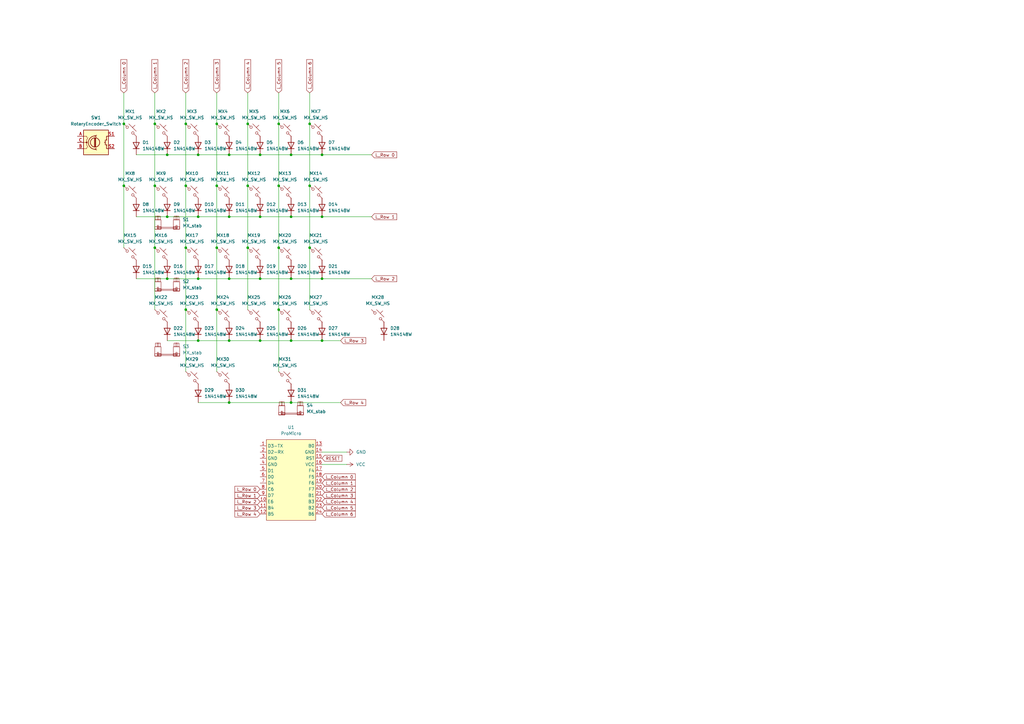
<source format=kicad_sch>
(kicad_sch (version 20231120) (generator "eeschema") (generator_version "8.0")
  (paper "A3")
  (lib_symbols
    (symbol "Device:RotaryEncoder_Switch" (pin_names (offset 0.254) hide)
      (property "Reference" "SW" (at 0 6.604 0))
      (property "Value" "RotaryEncoder_Switch" (at 0 -6.604 0))
      (symbol "RotaryEncoder_Switch_0_1"
        (rectangle (start -5.08 5.08) (end 5.08 -5.08) (stroke (width 0.254)) (fill (type background)))
        (circle (center -3.81 0) (radius 0.254) (fill (type outline)))
        (circle (center -0.381 0) (radius 1.905) (stroke (width 0.254)))
        (arc (start -0.381 2.667) (mid -3.0988 -0.0635) (end -0.381 -2.794) (stroke (width 0.254)))
        (polyline (pts (xy -0.635 -1.778) (xy -0.635 1.778)) (stroke (width 0.254)))
        (polyline (pts (xy -0.381 -1.778) (xy -0.381 1.778)) (stroke (width 0.254)))
        (polyline (pts (xy -0.127 1.778) (xy -0.127 -1.778)) (stroke (width 0.254)))
        (polyline (pts (xy 3.81 0) (xy 3.429 0)) (stroke (width 0.254)))
        (polyline (pts (xy 3.81 1.016) (xy 3.81 -1.016)) (stroke (width 0.254)))
        (polyline (pts (xy -5.08 -2.54) (xy -3.81 -2.54) (xy -3.81 -2.032)))
        (polyline (pts (xy -5.08 2.54) (xy -3.81 2.54) (xy -3.81 2.032)))
        (polyline (pts (xy 0.254 -3.048) (xy -0.508 -2.794) (xy 0.127 -2.413)) (stroke (width 0.254)))
        (polyline (pts (xy 0.254 2.921) (xy -0.508 2.667) (xy 0.127 2.286)) (stroke (width 0.254)))
        (polyline (pts (xy 5.08 -2.54) (xy 4.318 -2.54) (xy 4.318 -1.016)) (stroke (width 0.254)))
        (polyline (pts (xy 5.08 2.54) (xy 4.318 2.54) (xy 4.318 1.016)) (stroke (width 0.254)))
        (polyline (pts (xy -5.08 0) (xy -3.81 0) (xy -3.81 -1.016) (xy -3.302 -2.032)))
        (polyline (pts (xy -4.318 0) (xy -3.81 0) (xy -3.81 1.016) (xy -3.302 2.032)))
        (circle (center 4.318 -1.016) (radius 0.127) (stroke (width 0.254)))
        (circle (center 4.318 1.016) (radius 0.127) (stroke (width 0.254)))
      )
      (symbol "RotaryEncoder_Switch_1_1"
        (pin passive line (at -7.62 2.54 0) (length 2.54) (name "A") (number "A"))
        (pin passive line (at -7.62 -2.54 0) (length 2.54) (name "B") (number "B"))
        (pin passive line (at -7.62 0 0) (length 2.54) (name "C") (number "C"))
        (pin passive line (at 7.62 2.54 180) (length 2.54) (name "S1") (number "S1"))
        (pin passive line (at 7.62 -2.54 180) (length 2.54) (name "S2") (number "S2"))
      )
    )
    (symbol "Diode:1N4148W" (pin_numbers hide) (pin_names hide)
      (property "Reference" "D" (at 0 2.54 0))
      (property "Value" "1N4148W" (at 0 -2.54 0))
      (symbol "1N4148W_0_1"
        (polyline (pts (xy -1.27 1.27) (xy -1.27 -1.27)) (stroke (width 0.254)))
        (polyline (pts (xy 1.27 0) (xy -1.27 0)))
        (polyline (pts (xy 1.27 1.27) (xy 1.27 -1.27) (xy -1.27 0) (xy 1.27 1.27)) (stroke (width 0.254)))
      )
      (symbol "1N4148W_1_1"
        (pin passive line (at -3.81 0 0) (length 2.54) (name "K") (number "1"))
        (pin passive line (at 3.81 0 180) (length 2.54) (name "A") (number "2"))
      )
    )
    (symbol "PCM_marbastlib-mx:MX_SW_HS_CPG151101S11" (pin_numbers hide) (pin_names (offset 1.016) hide)
      (property "Reference" "MX" (at 3.048 1.016 0))
      (property "Value" "MX_SW_HS" (at 0 -3.81 0))
      (symbol "MX_SW_HS_CPG151101S11_0_1"
        (circle (center -1.1684 1.1684) (radius 0.508))
        (polyline (pts (xy -0.508 2.54) (xy 2.54 -0.508)))
        (polyline (pts (xy 1.016 1.016) (xy 2.032 2.032)))
        (polyline (pts (xy -2.54 2.54) (xy -1.524 1.524) (xy -1.524 1.524)))
        (polyline (pts (xy 1.524 -1.524) (xy 2.54 -2.54) (xy 2.54 -2.54) (xy 2.54 -2.54)))
        (circle (center 1.143 -1.1938) (radius 0.508))
        (pin passive line (at -2.54 2.54 0) (length 0) (name "1") (number "1"))
        (pin passive line (at 2.54 -2.54 180) (length 0) (name "2") (number "2"))
      )
    )
    (symbol "PCM_marbastlib-mx:MX_stab" (pin_names (offset 1.016))
      (property "Reference" "S" (at -5.08 6.35 0))
      (property "Value" "MX_stab" (at -5.08 3.81 0))
      (symbol "MX_stab_0_1"
        (rectangle (start -5.08 -1.524) (end -2.54 -2.54))
        (rectangle (start -5.08 1.27) (end -2.54 -2.54))
        (rectangle (start -4.826 2.794) (end -2.794 1.27))
        (rectangle (start -4.064 -2.286) (end -3.556 -1.016))
        (rectangle (start -4.064 -1.778) (end 4.064 -2.286))
        (rectangle (start -4.064 1.27) (end -3.556 2.794))
        (rectangle (start 2.54 -1.524) (end 5.08 -2.54))
        (rectangle (start 2.54 1.27) (end 5.08 -2.54))
        (rectangle (start 2.794 2.794) (end 4.826 1.27))
        (rectangle (start 3.556 1.27) (end 4.064 2.794))
        (rectangle (start 4.064 -2.286) (end 3.556 -1.016))
      )
    )
    (symbol "PCM_marbastlib-promicroish:Arduino_ProMicro" (in_bom no)
      (property "Reference" "U" (at 0 20.32 0))
      (property "Value" "ProMicro" (at 0 17.78 0))
      (symbol "Arduino_ProMicro_0_0"
        (pin bidirectional line (at -12.7 13.97 0) (length 2.54) (name "D3-TX") (number "1"))
        (pin bidirectional line (at -12.7 -8.89 0) (length 2.54) (name "E6") (number "10"))
        (pin bidirectional line (at -12.7 -11.43 0) (length 2.54) (name "B4") (number "11"))
        (pin bidirectional line (at -12.7 -13.97 0) (length 2.54) (name "B5") (number "12"))
        (pin power_out line (at 12.7 11.43 180) (length 2.54) (name "GND") (number "14"))
        (pin bidirectional line (at 12.7 8.89 180) (length 2.54) (name "RST") (number "15"))
        (pin bidirectional line (at 12.7 3.81 180) (length 2.54) (name "F4") (number "17"))
        (pin bidirectional line (at 12.7 1.27 180) (length 2.54) (name "F5") (number "18"))
        (pin bidirectional line (at 12.7 -1.27 180) (length 2.54) (name "F6") (number "19"))
        (pin bidirectional line (at -12.7 11.43 0) (length 2.54) (name "D2-RX") (number "2"))
        (pin bidirectional line (at 12.7 -3.81 180) (length 2.54) (name "F7") (number "20"))
        (pin bidirectional line (at 12.7 -6.35 180) (length 2.54) (name "B1") (number "21"))
        (pin bidirectional line (at 12.7 -8.89 180) (length 2.54) (name "B3") (number "22"))
        (pin bidirectional line (at 12.7 -11.43 180) (length 2.54) (name "B2") (number "23"))
        (pin bidirectional line (at 12.7 -13.97 180) (length 2.54) (name "B6") (number "24"))
        (pin power_out line (at -12.7 8.89 0) (length 2.54) (name "GND") (number "3"))
        (pin power_out line (at -12.7 6.35 0) (length 2.54) (name "GND") (number "4"))
        (pin bidirectional line (at -12.7 3.81 0) (length 2.54) (name "D1") (number "5"))
        (pin bidirectional line (at -12.7 1.27 0) (length 2.54) (name "D0") (number "6"))
        (pin bidirectional line (at -12.7 -1.27 0) (length 2.54) (name "D4") (number "7"))
        (pin bidirectional line (at -12.7 -3.81 0) (length 2.54) (name "C6") (number "8"))
        (pin bidirectional line (at -12.7 -6.35 0) (length 2.54) (name "D7") (number "9"))
      )
      (symbol "Arduino_ProMicro_1_0"
        (pin bidirectional line (at 12.7 13.97 180) (length 2.54) (name "B0") (number "13"))
        (pin power_out line (at 12.7 6.35 180) (length 2.54) (name "VCC") (number "16"))
      )
      (symbol "Arduino_ProMicro_1_1"
        (rectangle (start -10.16 16.51) (end 10.16 -16.51) (fill (type background)))
      )
    )
    (symbol "power:GND" (power) (pin_numbers hide) (pin_names (offset 0) hide)
      (property "Value" "GND" (at 0 -3.81 0))
      (symbol "GND_0_1"
        (polyline (pts (xy 0 0) (xy 0 -1.27) (xy 1.27 -1.27) (xy 0 -2.54) (xy -1.27 -1.27) (xy 0 -1.27)))
      )
      (symbol "GND_1_1"
        (pin power_in line (at 0 0 270) (length 0) (name "~") (number "1"))
      )
    )
    (symbol "power:VCC" (power) (pin_numbers hide) (pin_names (offset 0) hide)
      (property "Value" "VCC" (at 0 3.556 0))
      (symbol "VCC_0_1"
        (polyline (pts (xy -0.762 1.27) (xy 0 2.54)))
        (polyline (pts (xy 0 0) (xy 0 2.54)))
        (polyline (pts (xy 0 2.54) (xy 0.762 1.27)))
      )
      (symbol "VCC_1_1"
        (pin power_in line (at 0 0 90) (length 0) (name "~") (number "1"))
      )
    )
  )
  (junction (at 93.98 165.1))
  (junction (at 68.58 114.3))
  (junction (at 81.28 139.7))
  (junction (at 114.3 76.2))
  (junction (at 50.8 76.2))
  (junction (at 88.9 50.8))
  (junction (at 106.68 88.9))
  (junction (at 93.98 139.7))
  (junction (at 101.6 101.6))
  (junction (at 76.2 127))
  (junction (at 119.38 139.7))
  (junction (at 81.28 114.3))
  (junction (at 119.38 88.9))
  (junction (at 106.68 63.5))
  (junction (at 119.38 63.5))
  (junction (at 76.2 76.2))
  (junction (at 127 50.8))
  (junction (at 132.08 63.5))
  (junction (at 132.08 114.3))
  (junction (at 119.38 114.3))
  (junction (at 119.38 165.1))
  (junction (at 68.58 63.5))
  (junction (at 88.9 127))
  (junction (at 127 101.6))
  (junction (at 81.28 88.9))
  (junction (at 114.3 127))
  (junction (at 114.3 101.6))
  (junction (at 93.98 114.3))
  (junction (at 88.9 76.2))
  (junction (at 132.08 139.7))
  (junction (at 101.6 50.8))
  (junction (at 114.3 50.8))
  (junction (at 63.5 50.8))
  (junction (at 127 76.2))
  (junction (at 132.08 88.9))
  (junction (at 88.9 101.6))
  (junction (at 76.2 50.8))
  (junction (at 93.98 88.9))
  (junction (at 76.2 101.6))
  (junction (at 63.5 76.2))
  (junction (at 81.28 63.5))
  (junction (at 106.68 114.3))
  (junction (at 93.98 63.5))
  (junction (at 106.68 139.7))
  (junction (at 63.5 101.6))
  (junction (at 68.58 88.9))
  (junction (at 101.6 76.2))
  (junction (at 50.8 50.8))
  (wire (pts (xy 127 50.8) (xy 127 76.2)))
  (wire (pts (xy 93.98 114.3) (xy 106.68 114.3)))
  (wire (pts (xy 152.4 63.5) (xy 132.08 63.5)))
  (wire (pts (xy 50.8 50.8) (xy 50.8 76.2)))
  (wire (pts (xy 63.5 101.6) (xy 63.5 127)))
  (wire (pts (xy 88.9 50.8) (xy 88.9 76.2)))
  (wire (pts (xy 76.2 38.1) (xy 76.2 50.8)))
  (wire (pts (xy 81.28 165.1) (xy 93.98 165.1)))
  (wire (pts (xy 55.88 63.5) (xy 68.58 63.5)))
  (wire (pts (xy 76.2 50.8) (xy 76.2 76.2)))
  (wire (pts (xy 101.6 50.8) (xy 101.6 76.2)))
  (wire (pts (xy 114.3 127) (xy 114.3 152.4)))
  (wire (pts (xy 88.9 127) (xy 88.9 152.4)))
  (wire (pts (xy 63.5 76.2) (xy 63.5 101.6)))
  (wire (pts (xy 55.88 114.3) (xy 68.58 114.3)))
  (wire (pts (xy 114.3 38.1) (xy 114.3 50.8)))
  (wire (pts (xy 152.4 114.3) (xy 132.08 114.3)))
  (wire (pts (xy 81.28 88.9) (xy 93.98 88.9)))
  (wire (pts (xy 142.24 185.42) (xy 132.08 185.42)))
  (wire (pts (xy 106.68 63.5) (xy 119.38 63.5)))
  (wire (pts (xy 63.5 38.1) (xy 63.5 50.8)))
  (wire (pts (xy 93.98 139.7) (xy 106.68 139.7)))
  (wire (pts (xy 114.3 76.2) (xy 114.3 101.6)))
  (wire (pts (xy 114.3 101.6) (xy 114.3 127)))
  (wire (pts (xy 101.6 38.1) (xy 101.6 50.8)))
  (wire (pts (xy 63.5 50.8) (xy 63.5 76.2)))
  (wire (pts (xy 81.28 139.7) (xy 93.98 139.7)))
  (wire (pts (xy 93.98 165.1) (xy 119.38 165.1)))
  (wire (pts (xy 106.68 88.9) (xy 119.38 88.9)))
  (wire (pts (xy 88.9 76.2) (xy 88.9 101.6)))
  (wire (pts (xy 88.9 38.1) (xy 88.9 50.8)))
  (wire (pts (xy 127 38.1) (xy 127 50.8)))
  (wire (pts (xy 139.7 139.7) (xy 132.08 139.7)))
  (wire (pts (xy 142.24 190.5) (xy 132.08 190.5)))
  (wire (pts (xy 119.38 139.7) (xy 132.08 139.7)))
  (wire (pts (xy 76.2 127) (xy 76.2 152.4)))
  (wire (pts (xy 76.2 101.6) (xy 76.2 127)))
  (wire (pts (xy 114.3 50.8) (xy 114.3 76.2)))
  (wire (pts (xy 101.6 101.6) (xy 101.6 127)))
  (wire (pts (xy 68.58 88.9) (xy 81.28 88.9)))
  (wire (pts (xy 76.2 76.2) (xy 76.2 101.6)))
  (wire (pts (xy 50.8 76.2) (xy 50.8 101.6)))
  (wire (pts (xy 119.38 63.5) (xy 132.08 63.5)))
  (wire (pts (xy 81.28 114.3) (xy 93.98 114.3)))
  (wire (pts (xy 106.68 114.3) (xy 119.38 114.3)))
  (wire (pts (xy 68.58 63.5) (xy 81.28 63.5)))
  (wire (pts (xy 93.98 63.5) (xy 106.68 63.5)))
  (wire (pts (xy 101.6 76.2) (xy 101.6 101.6)))
  (wire (pts (xy 119.38 165.1) (xy 139.7 165.1)))
  (wire (pts (xy 119.38 88.9) (xy 132.08 88.9)))
  (wire (pts (xy 55.88 88.9) (xy 68.58 88.9)))
  (wire (pts (xy 93.98 88.9) (xy 106.68 88.9)))
  (wire (pts (xy 68.58 139.7) (xy 81.28 139.7)))
  (wire (pts (xy 81.28 63.5) (xy 93.98 63.5)))
  (wire (pts (xy 152.4 88.9) (xy 132.08 88.9)))
  (wire (pts (xy 127 101.6) (xy 127 127)))
  (wire (pts (xy 50.8 38.1) (xy 50.8 50.8)))
  (wire (pts (xy 127 76.2) (xy 127 101.6)))
  (wire (pts (xy 106.68 139.7) (xy 119.38 139.7)))
  (wire (pts (xy 68.58 114.3) (xy 81.28 114.3)))
  (wire (pts (xy 119.38 114.3) (xy 132.08 114.3)))
  (wire (pts (xy 88.9 101.6) (xy 88.9 127)))
  (global_label "L_Column 1" (shape input) (at 63.5 38.1 90) (property "Intersheetrefs" "${INTERSHEET_REFS}" (effects (hide yes))))
  (global_label "L_Row 3" (shape input) (at 139.7 139.7 0) (property "Intersheetrefs" "${INTERSHEET_REFS}" (effects (hide yes))))
  (global_label "L_Row 1" (shape input) (at 152.4 88.9 0) (property "Intersheetrefs" "${INTERSHEET_REFS}" (effects (hide yes))))
  (global_label "L_Row 1" (shape input) (at 106.68 203.2 180) (property "Intersheetrefs" "${INTERSHEET_REFS}" (effects (hide yes))))
  (global_label "L_Row 0" (shape input) (at 106.68 200.66 180) (property "Intersheetrefs" "${INTERSHEET_REFS}" (effects (hide yes))))
  (global_label "L_Row 2" (shape input) (at 152.4 114.3 0) (property "Intersheetrefs" "${INTERSHEET_REFS}" (effects (hide yes))))
  (global_label "L_Column 3" (shape input) (at 88.9 38.1 90) (property "Intersheetrefs" "${INTERSHEET_REFS}" (effects (hide yes))))
  (global_label "L_Column 1" (shape input) (at 132.08 198.12 0) (property "Intersheetrefs" "${INTERSHEET_REFS}" (effects (hide yes))))
  (global_label "L_Row 0" (shape input) (at 152.4 63.5 0) (property "Intersheetrefs" "${INTERSHEET_REFS}" (effects (hide yes))))
  (global_label "L_Row 2" (shape input) (at 106.68 205.74 180) (property "Intersheetrefs" "${INTERSHEET_REFS}" (effects (hide yes))))
  (global_label "L_Row 3" (shape input) (at 106.68 208.28 180) (property "Intersheetrefs" "${INTERSHEET_REFS}" (effects (hide yes))))
  (global_label "L_Row 4" (shape input) (at 139.7 165.1 0) (property "Intersheetrefs" "${INTERSHEET_REFS}" (effects (hide yes))))
  (global_label "L_Column 3" (shape input) (at 132.08 203.2 0) (property "Intersheetrefs" "${INTERSHEET_REFS}" (effects (hide yes))))
  (global_label "L_Column 4" (shape input) (at 132.08 205.74 0) (property "Intersheetrefs" "${INTERSHEET_REFS}" (effects (hide yes))))
  (global_label "L_Column 0" (shape input) (at 132.08 195.58 0) (property "Intersheetrefs" "${INTERSHEET_REFS}" (effects (hide yes))))
  (global_label "L_Column 5" (shape input) (at 114.3 38.1 90) (property "Intersheetrefs" "${INTERSHEET_REFS}" (effects (hide yes))))
  (global_label "L_Column 4" (shape input) (at 101.6 38.1 90) (property "Intersheetrefs" "${INTERSHEET_REFS}" (effects (hide yes))))
  (global_label "RESET" (shape input) (at 132.08 187.96 0) (property "Intersheetrefs" "${INTERSHEET_REFS}" (effects (hide yes))))
  (global_label "L_Column 0" (shape input) (at 50.8 38.1 90) (property "Intersheetrefs" "${INTERSHEET_REFS}" (effects (hide yes))))
  (global_label "L_Column 6" (shape input) (at 127 38.1 90) (property "Intersheetrefs" "${INTERSHEET_REFS}" (effects (hide yes))))
  (global_label "L_Column 6" (shape input) (at 132.08 210.82 0) (property "Intersheetrefs" "${INTERSHEET_REFS}" (effects (hide yes))))
  (global_label "L_Column 2" (shape input) (at 76.2 38.1 90) (property "Intersheetrefs" "${INTERSHEET_REFS}" (effects (hide yes))))
  (global_label "L_Column 2" (shape input) (at 132.08 200.66 0) (property "Intersheetrefs" "${INTERSHEET_REFS}" (effects (hide yes))))
  (global_label "L_Row 4" (shape input) (at 106.68 210.82 180) (property "Intersheetrefs" "${INTERSHEET_REFS}" (effects (hide yes))))
  (global_label "L_Column 5" (shape input) (at 132.08 208.28 0) (property "Intersheetrefs" "${INTERSHEET_REFS}" (effects (hide yes))))
  (symbol (lib_id "PCM_marbastlib-mx:MX_SW_HS_CPG151101S11") (at 116.84 129.54 0) (unit 1)
    (property "Reference" "MX26" (at 116.84 121.92 0))
    (property "Value" "MX_SW_HS" (at 116.84 124.46 0))
    (property "Footprint" "PCM_marbastlib-mx:SW_MX_HS_CPG151101S11_1u" (effects (hide yes)))
    (property "Description" "Push button switch, normally open, two pins, 45° tilted, Kailh CPG151101S11 for Cherry MX style switches" (effects (hide yes)))
  )
  (symbol (lib_id "PCM_marbastlib-mx:MX_stab") (at 68.58 91.44 0) (unit 1)
    (property "Reference" "S1" (at 74.93 90.0429 0) (effects (justify left)))
    (property "Value" "MX_stab" (at 74.93 92.5829 0) (effects (justify left)))
    (property "Footprint" "PCM_marbastlib-mx:STAB_MX_2u" (effects (hide yes)))
    (property "Description" "Cherry MX-style stabilizer" (effects (hide yes)))
  )
  (symbol (lib_id "Diode:1N4148W") (at 106.68 85.09 90) (unit 1)
    (property "Reference" "D12" (at 109.22 83.8199 90) (effects (justify right)))
    (property "Value" "1N4148W" (at 109.22 86.3599 90) (effects (justify right)))
    (property "Footprint" "Diode_SMD:D_SOD-123" (effects (hide yes)))
    (property "Datasheet" "https://www.vishay.com/docs/85748/1n4148w.pdf" (effects (hide yes)))
    (property "Description" "75V 0.15A Fast Switching Diode, SOD-123" (effects (hide yes)))
    (property "Sim.Device" "D" (effects (hide yes)))
    (property "Sim.Pins" "1=K 2=A" (effects (hide yes)))
  )
  (symbol (lib_id "PCM_marbastlib-mx:MX_SW_HS_CPG151101S11") (at 78.74 129.54 0) (unit 1)
    (property "Reference" "MX23" (at 78.74 121.92 0))
    (property "Value" "MX_SW_HS" (at 78.74 124.46 0))
    (property "Footprint" "PCM_marbastlib-mx:SW_MX_HS_CPG151101S11_1u" (effects (hide yes)))
    (property "Description" "Push button switch, normally open, two pins, 45° tilted, Kailh CPG151101S11 for Cherry MX style switches" (effects (hide yes)))
  )
  (symbol (lib_id "PCM_marbastlib-mx:MX_stab") (at 68.58 116.84 0) (unit 1)
    (property "Reference" "S2" (at 74.93 115.4429 0) (effects (justify left)))
    (property "Value" "MX_stab" (at 74.93 117.9829 0) (effects (justify left)))
    (property "Footprint" "PCM_marbastlib-mx:STAB_MX_2u" (effects (hide yes)))
    (property "Description" "Cherry MX-style stabilizer" (effects (hide yes)))
  )
  (symbol (lib_id "PCM_marbastlib-mx:MX_SW_HS_CPG151101S11") (at 129.54 78.74 0) (unit 1)
    (property "Reference" "MX14" (at 129.54 71.12 0))
    (property "Value" "MX_SW_HS" (at 129.54 73.66 0))
    (property "Footprint" "PCM_marbastlib-mx:SW_MX_HS_CPG151101S11_1u" (effects (hide yes)))
    (property "Description" "Push button switch, normally open, two pins, 45° tilted, Kailh CPG151101S11 for Cherry MX style switches" (effects (hide yes)))
  )
  (symbol (lib_id "Diode:1N4148W") (at 55.88 110.49 90) (unit 1)
    (property "Reference" "D15" (at 58.42 109.2199 90) (effects (justify right)))
    (property "Value" "1N4148W" (at 58.42 111.7599 90) (effects (justify right)))
    (property "Footprint" "Diode_SMD:D_SOD-123" (effects (hide yes)))
    (property "Datasheet" "https://www.vishay.com/docs/85748/1n4148w.pdf" (effects (hide yes)))
    (property "Description" "75V 0.15A Fast Switching Diode, SOD-123" (effects (hide yes)))
    (property "Sim.Device" "D" (effects (hide yes)))
    (property "Sim.Pins" "1=K 2=A" (effects (hide yes)))
  )
  (symbol (lib_id "PCM_marbastlib-mx:MX_SW_HS_CPG151101S11") (at 53.34 104.14 0) (unit 1)
    (property "Reference" "MX15" (at 53.34 96.52 0))
    (property "Value" "MX_SW_HS" (at 53.34 99.06 0))
    (property "Footprint" "PCM_marbastlib-mx:SW_MX_HS_CPG151101S11_1u" (effects (hide yes)))
    (property "Description" "Push button switch, normally open, two pins, 45° tilted, Kailh CPG151101S11 for Cherry MX style switches" (effects (hide yes)))
  )
  (symbol (lib_id "Diode:1N4148W") (at 93.98 110.49 90) (unit 1)
    (property "Reference" "D18" (at 96.52 109.2199 90) (effects (justify right)))
    (property "Value" "1N4148W" (at 96.52 111.7599 90) (effects (justify right)))
    (property "Footprint" "Diode_SMD:D_SOD-123" (effects (hide yes)))
    (property "Datasheet" "https://www.vishay.com/docs/85748/1n4148w.pdf" (effects (hide yes)))
    (property "Description" "75V 0.15A Fast Switching Diode, SOD-123" (effects (hide yes)))
    (property "Sim.Device" "D" (effects (hide yes)))
    (property "Sim.Pins" "1=K 2=A" (effects (hide yes)))
  )
  (symbol (lib_id "Diode:1N4148W") (at 157.48 135.89 90) (unit 1)
    (property "Reference" "D28" (at 160.02 134.6199 90) (effects (justify right)))
    (property "Value" "1N4148W" (at 160.02 137.1599 90) (effects (justify right)))
    (property "Footprint" "Diode_SMD:D_SOD-123" (effects (hide yes)))
    (property "Datasheet" "https://www.vishay.com/docs/85748/1n4148w.pdf" (effects (hide yes)))
    (property "Description" "75V 0.15A Fast Switching Diode, SOD-123" (effects (hide yes)))
    (property "Sim.Device" "D" (effects (hide yes)))
    (property "Sim.Pins" "1=K 2=A" (effects (hide yes)))
  )
  (symbol (lib_id "PCM_marbastlib-promicroish:Arduino_ProMicro") (at 119.38 196.85 0) (unit 1) (in_bom no)
    (property "Reference" "U1" (at 119.38 175.26 0))
    (property "Value" "ProMicro" (at 119.38 177.8 0))
    (property "Footprint" "PCM_marbastlib-xp-promicroish:ProMicro_USBup" (effects (hide yes)))
    (property "Description" "Symbol for an Arduino Pro Micro" (effects (hide yes)))
  )
  (symbol (lib_id "PCM_marbastlib-mx:MX_SW_HS_CPG151101S11") (at 78.74 53.34 0) (unit 1)
    (property "Reference" "MX3" (at 78.74 45.72 0))
    (property "Value" "MX_SW_HS" (at 78.74 48.26 0))
    (property "Footprint" "PCM_marbastlib-mx:SW_MX_HS_CPG151101S11_1u" (effects (hide yes)))
    (property "Description" "Push button switch, normally open, two pins, 45° tilted, Kailh CPG151101S11 for Cherry MX style switches" (effects (hide yes)))
  )
  (symbol (lib_id "PCM_marbastlib-mx:MX_SW_HS_CPG151101S11") (at 91.44 154.94 0) (unit 1)
    (property "Reference" "MX30" (at 91.44 147.32 0))
    (property "Value" "MX_SW_HS" (at 91.44 149.86 0))
    (property "Footprint" "PCM_marbastlib-mx:SW_MX_HS_CPG151101S11_1u" (effects (hide yes)))
    (property "Description" "Push button switch, normally open, two pins, 45° tilted, Kailh CPG151101S11 for Cherry MX style switches" (effects (hide yes)))
  )
  (symbol (lib_id "power:GND") (at 142.24 185.42 90) (unit 1)
    (property "Reference" "#PWR01" (effects (hide yes)))
    (property "Value" "GND" (at 146.05 185.4199 90) (effects (justify right)))
    (property "Description" "Power symbol creates a global label with name \"GND\" , ground" (effects (hide yes)))
  )
  (symbol (lib_id "Diode:1N4148W") (at 106.68 110.49 90) (unit 1)
    (property "Reference" "D19" (at 109.22 109.2199 90) (effects (justify right)))
    (property "Value" "1N4148W" (at 109.22 111.7599 90) (effects (justify right)))
    (property "Footprint" "Diode_SMD:D_SOD-123" (effects (hide yes)))
    (property "Datasheet" "https://www.vishay.com/docs/85748/1n4148w.pdf" (effects (hide yes)))
    (property "Description" "75V 0.15A Fast Switching Diode, SOD-123" (effects (hide yes)))
    (property "Sim.Device" "D" (effects (hide yes)))
    (property "Sim.Pins" "1=K 2=A" (effects (hide yes)))
  )
  (symbol (lib_id "PCM_marbastlib-mx:MX_SW_HS_CPG151101S11") (at 116.84 154.94 0) (unit 1)
    (property "Reference" "MX31" (at 116.84 147.32 0))
    (property "Value" "MX_SW_HS" (at 116.84 149.86 0))
    (property "Footprint" "PCM_marbastlib-mx:SW_MX_HS_CPG151101S11_1u" (effects (hide yes)))
    (property "Description" "Push button switch, normally open, two pins, 45° tilted, Kailh CPG151101S11 for Cherry MX style switches" (effects (hide yes)))
  )
  (symbol (lib_id "Diode:1N4148W") (at 93.98 85.09 90) (unit 1)
    (property "Reference" "D11" (at 96.52 83.8199 90) (effects (justify right)))
    (property "Value" "1N4148W" (at 96.52 86.3599 90) (effects (justify right)))
    (property "Footprint" "Diode_SMD:D_SOD-123" (effects (hide yes)))
    (property "Datasheet" "https://www.vishay.com/docs/85748/1n4148w.pdf" (effects (hide yes)))
    (property "Description" "75V 0.15A Fast Switching Diode, SOD-123" (effects (hide yes)))
    (property "Sim.Device" "D" (effects (hide yes)))
    (property "Sim.Pins" "1=K 2=A" (effects (hide yes)))
  )
  (symbol (lib_id "Diode:1N4148W") (at 68.58 59.69 90) (unit 1)
    (property "Reference" "D2" (at 71.12 58.4199 90) (effects (justify right)))
    (property "Value" "1N4148W" (at 71.12 60.9599 90) (effects (justify right)))
    (property "Footprint" "Diode_SMD:D_SOD-123" (effects (hide yes)))
    (property "Datasheet" "https://www.vishay.com/docs/85748/1n4148w.pdf" (effects (hide yes)))
    (property "Description" "75V 0.15A Fast Switching Diode, SOD-123" (effects (hide yes)))
    (property "Sim.Device" "D" (effects (hide yes)))
    (property "Sim.Pins" "1=K 2=A" (effects (hide yes)))
  )
  (symbol (lib_id "Diode:1N4148W") (at 119.38 59.69 90) (unit 1)
    (property "Reference" "D6" (at 121.92 58.4199 90) (effects (justify right)))
    (property "Value" "1N4148W" (at 121.92 60.9599 90) (effects (justify right)))
    (property "Footprint" "Diode_SMD:D_SOD-123" (effects (hide yes)))
    (property "Datasheet" "https://www.vishay.com/docs/85748/1n4148w.pdf" (effects (hide yes)))
    (property "Description" "75V 0.15A Fast Switching Diode, SOD-123" (effects (hide yes)))
    (property "Sim.Device" "D" (effects (hide yes)))
    (property "Sim.Pins" "1=K 2=A" (effects (hide yes)))
  )
  (symbol (lib_id "PCM_marbastlib-mx:MX_SW_HS_CPG151101S11") (at 66.04 53.34 0) (unit 1)
    (property "Reference" "MX2" (at 66.04 45.72 0))
    (property "Value" "MX_SW_HS" (at 66.04 48.26 0))
    (property "Footprint" "PCM_marbastlib-mx:SW_MX_HS_CPG151101S11_1u" (effects (hide yes)))
    (property "Description" "Push button switch, normally open, two pins, 45° tilted, Kailh CPG151101S11 for Cherry MX style switches" (effects (hide yes)))
  )
  (symbol (lib_id "Diode:1N4148W") (at 68.58 85.09 90) (unit 1)
    (property "Reference" "D9" (at 71.12 83.8199 90) (effects (justify right)))
    (property "Value" "1N4148W" (at 71.12 86.3599 90) (effects (justify right)))
    (property "Footprint" "Diode_SMD:D_SOD-123" (effects (hide yes)))
    (property "Datasheet" "https://www.vishay.com/docs/85748/1n4148w.pdf" (effects (hide yes)))
    (property "Description" "75V 0.15A Fast Switching Diode, SOD-123" (effects (hide yes)))
    (property "Sim.Device" "D" (effects (hide yes)))
    (property "Sim.Pins" "1=K 2=A" (effects (hide yes)))
  )
  (symbol (lib_id "PCM_marbastlib-mx:MX_SW_HS_CPG151101S11") (at 104.14 53.34 0) (unit 1)
    (property "Reference" "MX5" (at 104.14 45.72 0))
    (property "Value" "MX_SW_HS" (at 104.14 48.26 0))
    (property "Footprint" "PCM_marbastlib-mx:SW_MX_HS_CPG151101S11_1u" (effects (hide yes)))
    (property "Description" "Push button switch, normally open, two pins, 45° tilted, Kailh CPG151101S11 for Cherry MX style switches" (effects (hide yes)))
  )
  (symbol (lib_id "PCM_marbastlib-mx:MX_SW_HS_CPG151101S11") (at 66.04 78.74 0) (unit 1)
    (property "Reference" "MX9" (at 66.04 71.12 0))
    (property "Value" "MX_SW_HS" (at 66.04 73.66 0))
    (property "Footprint" "PCM_marbastlib-mx:SW_MX_HS_CPG151101S11_1u" (effects (hide yes)))
    (property "Description" "Push button switch, normally open, two pins, 45° tilted, Kailh CPG151101S11 for Cherry MX style switches" (effects (hide yes)))
  )
  (symbol (lib_id "Diode:1N4148W") (at 106.68 135.89 90) (unit 1)
    (property "Reference" "D25" (at 109.22 134.6199 90) (effects (justify right)))
    (property "Value" "1N4148W" (at 109.22 137.1599 90) (effects (justify right)))
    (property "Footprint" "Diode_SMD:D_SOD-123" (effects (hide yes)))
    (property "Datasheet" "https://www.vishay.com/docs/85748/1n4148w.pdf" (effects (hide yes)))
    (property "Description" "75V 0.15A Fast Switching Diode, SOD-123" (effects (hide yes)))
    (property "Sim.Device" "D" (effects (hide yes)))
    (property "Sim.Pins" "1=K 2=A" (effects (hide yes)))
  )
  (symbol (lib_id "Diode:1N4148W") (at 55.88 59.69 90) (unit 1)
    (property "Reference" "D1" (at 58.42 58.4199 90) (effects (justify right)))
    (property "Value" "1N4148W" (at 58.42 60.9599 90) (effects (justify right)))
    (property "Footprint" "Diode_SMD:D_SOD-123" (effects (hide yes)))
    (property "Datasheet" "https://www.vishay.com/docs/85748/1n4148w.pdf" (effects (hide yes)))
    (property "Description" "75V 0.15A Fast Switching Diode, SOD-123" (effects (hide yes)))
    (property "Sim.Device" "D" (effects (hide yes)))
    (property "Sim.Pins" "1=K 2=A" (effects (hide yes)))
  )
  (symbol (lib_id "Diode:1N4148W") (at 106.68 59.69 90) (unit 1)
    (property "Reference" "D5" (at 109.22 58.4199 90) (effects (justify right)))
    (property "Value" "1N4148W" (at 109.22 60.9599 90) (effects (justify right)))
    (property "Footprint" "Diode_SMD:D_SOD-123" (effects (hide yes)))
    (property "Datasheet" "https://www.vishay.com/docs/85748/1n4148w.pdf" (effects (hide yes)))
    (property "Description" "75V 0.15A Fast Switching Diode, SOD-123" (effects (hide yes)))
    (property "Sim.Device" "D" (effects (hide yes)))
    (property "Sim.Pins" "1=K 2=A" (effects (hide yes)))
  )
  (symbol (lib_id "PCM_marbastlib-mx:MX_SW_HS_CPG151101S11") (at 53.34 53.34 0) (unit 1)
    (property "Reference" "MX1" (at 53.34 45.72 0))
    (property "Value" "MX_SW_HS" (at 53.34 48.26 0))
    (property "Footprint" "PCM_marbastlib-mx:SW_MX_HS_CPG151101S11_1u" (effects (hide yes)))
    (property "Description" "Push button switch, normally open, two pins, 45° tilted, Kailh CPG151101S11 for Cherry MX style switches" (effects (hide yes)))
  )
  (symbol (lib_id "Diode:1N4148W") (at 132.08 135.89 90) (unit 1)
    (property "Reference" "D27" (at 134.62 134.6199 90) (effects (justify right)))
    (property "Value" "1N4148W" (at 134.62 137.1599 90) (effects (justify right)))
    (property "Footprint" "Diode_SMD:D_SOD-123" (effects (hide yes)))
    (property "Datasheet" "https://www.vishay.com/docs/85748/1n4148w.pdf" (effects (hide yes)))
    (property "Description" "75V 0.15A Fast Switching Diode, SOD-123" (effects (hide yes)))
    (property "Sim.Device" "D" (effects (hide yes)))
    (property "Sim.Pins" "1=K 2=A" (effects (hide yes)))
  )
  (symbol (lib_id "PCM_marbastlib-mx:MX_SW_HS_CPG151101S11") (at 91.44 53.34 0) (unit 1)
    (property "Reference" "MX4" (at 91.44 45.72 0))
    (property "Value" "MX_SW_HS" (at 91.44 48.26 0))
    (property "Footprint" "PCM_marbastlib-mx:SW_MX_HS_CPG151101S11_1u" (effects (hide yes)))
    (property "Description" "Push button switch, normally open, two pins, 45° tilted, Kailh CPG151101S11 for Cherry MX style switches" (effects (hide yes)))
  )
  (symbol (lib_id "Diode:1N4148W") (at 81.28 85.09 90) (unit 1)
    (property "Reference" "D10" (at 83.82 83.8199 90) (effects (justify right)))
    (property "Value" "1N4148W" (at 83.82 86.3599 90) (effects (justify right)))
    (property "Footprint" "Diode_SMD:D_SOD-123" (effects (hide yes)))
    (property "Datasheet" "https://www.vishay.com/docs/85748/1n4148w.pdf" (effects (hide yes)))
    (property "Description" "75V 0.15A Fast Switching Diode, SOD-123" (effects (hide yes)))
    (property "Sim.Device" "D" (effects (hide yes)))
    (property "Sim.Pins" "1=K 2=A" (effects (hide yes)))
  )
  (symbol (lib_id "Diode:1N4148W") (at 119.38 135.89 90) (unit 1)
    (property "Reference" "D26" (at 121.92 134.6199 90) (effects (justify right)))
    (property "Value" "1N4148W" (at 121.92 137.1599 90) (effects (justify right)))
    (property "Footprint" "Diode_SMD:D_SOD-123" (effects (hide yes)))
    (property "Datasheet" "https://www.vishay.com/docs/85748/1n4148w.pdf" (effects (hide yes)))
    (property "Description" "75V 0.15A Fast Switching Diode, SOD-123" (effects (hide yes)))
    (property "Sim.Device" "D" (effects (hide yes)))
    (property "Sim.Pins" "1=K 2=A" (effects (hide yes)))
  )
  (symbol (lib_id "PCM_marbastlib-mx:MX_SW_HS_CPG151101S11") (at 91.44 78.74 0) (unit 1)
    (property "Reference" "MX11" (at 91.44 71.12 0))
    (property "Value" "MX_SW_HS" (at 91.44 73.66 0))
    (property "Footprint" "PCM_marbastlib-mx:SW_MX_HS_CPG151101S11_1u" (effects (hide yes)))
    (property "Description" "Push button switch, normally open, two pins, 45° tilted, Kailh CPG151101S11 for Cherry MX style switches" (effects (hide yes)))
  )
  (symbol (lib_id "PCM_marbastlib-mx:MX_SW_HS_CPG151101S11") (at 129.54 129.54 0) (unit 1)
    (property "Reference" "MX27" (at 129.54 121.92 0))
    (property "Value" "MX_SW_HS" (at 129.54 124.46 0))
    (property "Footprint" "PCM_marbastlib-mx:SW_MX_HS_CPG151101S11_1u" (effects (hide yes)))
    (property "Description" "Push button switch, normally open, two pins, 45° tilted, Kailh CPG151101S11 for Cherry MX style switches" (effects (hide yes)))
  )
  (symbol (lib_id "PCM_marbastlib-mx:MX_SW_HS_CPG151101S11") (at 104.14 129.54 0) (unit 1)
    (property "Reference" "MX25" (at 104.14 121.92 0))
    (property "Value" "MX_SW_HS" (at 104.14 124.46 0))
    (property "Footprint" "PCM_marbastlib-mx:SW_MX_HS_CPG151101S11_1u" (effects (hide yes)))
    (property "Description" "Push button switch, normally open, two pins, 45° tilted, Kailh CPG151101S11 for Cherry MX style switches" (effects (hide yes)))
  )
  (symbol (lib_id "Diode:1N4148W") (at 81.28 161.29 90) (unit 1)
    (property "Reference" "D29" (at 83.82 160.0199 90) (effects (justify right)))
    (property "Value" "1N4148W" (at 83.82 162.5599 90) (effects (justify right)))
    (property "Footprint" "Diode_SMD:D_SOD-123" (effects (hide yes)))
    (property "Datasheet" "https://www.vishay.com/docs/85748/1n4148w.pdf" (effects (hide yes)))
    (property "Description" "75V 0.15A Fast Switching Diode, SOD-123" (effects (hide yes)))
    (property "Sim.Device" "D" (effects (hide yes)))
    (property "Sim.Pins" "1=K 2=A" (effects (hide yes)))
  )
  (symbol (lib_id "PCM_marbastlib-mx:MX_SW_HS_CPG151101S11") (at 91.44 104.14 0) (unit 1)
    (property "Reference" "MX18" (at 91.44 96.52 0))
    (property "Value" "MX_SW_HS" (at 91.44 99.06 0))
    (property "Footprint" "PCM_marbastlib-mx:SW_MX_HS_CPG151101S11_1u" (effects (hide yes)))
    (property "Description" "Push button switch, normally open, two pins, 45° tilted, Kailh CPG151101S11 for Cherry MX style switches" (effects (hide yes)))
  )
  (symbol (lib_id "Diode:1N4148W") (at 132.08 85.09 90) (unit 1)
    (property "Reference" "D14" (at 134.62 83.8199 90) (effects (justify right)))
    (property "Value" "1N4148W" (at 134.62 86.3599 90) (effects (justify right)))
    (property "Footprint" "Diode_SMD:D_SOD-123" (effects (hide yes)))
    (property "Datasheet" "https://www.vishay.com/docs/85748/1n4148w.pdf" (effects (hide yes)))
    (property "Description" "75V 0.15A Fast Switching Diode, SOD-123" (effects (hide yes)))
    (property "Sim.Device" "D" (effects (hide yes)))
    (property "Sim.Pins" "1=K 2=A" (effects (hide yes)))
  )
  (symbol (lib_id "Diode:1N4148W") (at 132.08 110.49 90) (unit 1)
    (property "Reference" "D21" (at 134.62 109.2199 90) (effects (justify right)))
    (property "Value" "1N4148W" (at 134.62 111.7599 90) (effects (justify right)))
    (property "Footprint" "Diode_SMD:D_SOD-123" (effects (hide yes)))
    (property "Datasheet" "https://www.vishay.com/docs/85748/1n4148w.pdf" (effects (hide yes)))
    (property "Description" "75V 0.15A Fast Switching Diode, SOD-123" (effects (hide yes)))
    (property "Sim.Device" "D" (effects (hide yes)))
    (property "Sim.Pins" "1=K 2=A" (effects (hide yes)))
  )
  (symbol (lib_id "Diode:1N4148W") (at 81.28 135.89 90) (unit 1)
    (property "Reference" "D23" (at 83.82 134.6199 90) (effects (justify right)))
    (property "Value" "1N4148W" (at 83.82 137.1599 90) (effects (justify right)))
    (property "Footprint" "Diode_SMD:D_SOD-123" (effects (hide yes)))
    (property "Datasheet" "https://www.vishay.com/docs/85748/1n4148w.pdf" (effects (hide yes)))
    (property "Description" "75V 0.15A Fast Switching Diode, SOD-123" (effects (hide yes)))
    (property "Sim.Device" "D" (effects (hide yes)))
    (property "Sim.Pins" "1=K 2=A" (effects (hide yes)))
  )
  (symbol (lib_id "PCM_marbastlib-mx:MX_SW_HS_CPG151101S11") (at 104.14 104.14 0) (unit 1)
    (property "Reference" "MX19" (at 104.14 96.52 0))
    (property "Value" "MX_SW_HS" (at 104.14 99.06 0))
    (property "Footprint" "PCM_marbastlib-mx:SW_MX_HS_CPG151101S11_1u" (effects (hide yes)))
    (property "Description" "Push button switch, normally open, two pins, 45° tilted, Kailh CPG151101S11 for Cherry MX style switches" (effects (hide yes)))
  )
  (symbol (lib_id "Diode:1N4148W") (at 119.38 161.29 90) (unit 1)
    (property "Reference" "D31" (at 121.92 160.0199 90) (effects (justify right)))
    (property "Value" "1N4148W" (at 121.92 162.5599 90) (effects (justify right)))
    (property "Footprint" "Diode_SMD:D_SOD-123" (effects (hide yes)))
    (property "Datasheet" "https://www.vishay.com/docs/85748/1n4148w.pdf" (effects (hide yes)))
    (property "Description" "75V 0.15A Fast Switching Diode, SOD-123" (effects (hide yes)))
    (property "Sim.Device" "D" (effects (hide yes)))
    (property "Sim.Pins" "1=K 2=A" (effects (hide yes)))
  )
  (symbol (lib_id "PCM_marbastlib-mx:MX_SW_HS_CPG151101S11") (at 116.84 53.34 0) (unit 1)
    (property "Reference" "MX6" (at 116.84 45.72 0))
    (property "Value" "MX_SW_HS" (at 116.84 48.26 0))
    (property "Footprint" "PCM_marbastlib-mx:SW_MX_HS_CPG151101S11_1u" (effects (hide yes)))
    (property "Description" "Push button switch, normally open, two pins, 45° tilted, Kailh CPG151101S11 for Cherry MX style switches" (effects (hide yes)))
  )
  (symbol (lib_id "Diode:1N4148W") (at 55.88 85.09 90) (unit 1)
    (property "Reference" "D8" (at 58.42 83.8199 90) (effects (justify right)))
    (property "Value" "1N4148W" (at 58.42 86.3599 90) (effects (justify right)))
    (property "Footprint" "Diode_SMD:D_SOD-123" (effects (hide yes)))
    (property "Datasheet" "https://www.vishay.com/docs/85748/1n4148w.pdf" (effects (hide yes)))
    (property "Description" "75V 0.15A Fast Switching Diode, SOD-123" (effects (hide yes)))
    (property "Sim.Device" "D" (effects (hide yes)))
    (property "Sim.Pins" "1=K 2=A" (effects (hide yes)))
  )
  (symbol (lib_id "PCM_marbastlib-mx:MX_SW_HS_CPG151101S11") (at 116.84 78.74 0) (unit 1)
    (property "Reference" "MX13" (at 116.84 71.12 0))
    (property "Value" "MX_SW_HS" (at 116.84 73.66 0))
    (property "Footprint" "PCM_marbastlib-mx:SW_MX_HS_CPG151101S11_1u" (effects (hide yes)))
    (property "Description" "Push button switch, normally open, two pins, 45° tilted, Kailh CPG151101S11 for Cherry MX style switches" (effects (hide yes)))
  )
  (symbol (lib_id "PCM_marbastlib-mx:MX_stab") (at 119.38 167.64 0) (unit 1)
    (property "Reference" "S4" (at 125.73 166.2429 0) (effects (justify left)))
    (property "Value" "MX_stab" (at 125.73 168.7829 0) (effects (justify left)))
    (property "Footprint" "PCM_marbastlib-mx:STAB_MX_2u" (effects (hide yes)))
    (property "Description" "Cherry MX-style stabilizer" (effects (hide yes)))
  )
  (symbol (lib_id "Diode:1N4148W") (at 93.98 59.69 90) (unit 1)
    (property "Reference" "D4" (at 96.52 58.4199 90) (effects (justify right)))
    (property "Value" "1N4148W" (at 96.52 60.9599 90) (effects (justify right)))
    (property "Footprint" "Diode_SMD:D_SOD-123" (effects (hide yes)))
    (property "Datasheet" "https://www.vishay.com/docs/85748/1n4148w.pdf" (effects (hide yes)))
    (property "Description" "75V 0.15A Fast Switching Diode, SOD-123" (effects (hide yes)))
    (property "Sim.Device" "D" (effects (hide yes)))
    (property "Sim.Pins" "1=K 2=A" (effects (hide yes)))
  )
  (symbol (lib_id "PCM_marbastlib-mx:MX_SW_HS_CPG151101S11") (at 78.74 104.14 0) (unit 1)
    (property "Reference" "MX17" (at 78.74 96.52 0))
    (property "Value" "MX_SW_HS" (at 78.74 99.06 0))
    (property "Footprint" "PCM_marbastlib-mx:SW_MX_HS_CPG151101S11_1u" (effects (hide yes)))
    (property "Description" "Push button switch, normally open, two pins, 45° tilted, Kailh CPG151101S11 for Cherry MX style switches" (effects (hide yes)))
  )
  (symbol (lib_id "PCM_marbastlib-mx:MX_SW_HS_CPG151101S11") (at 129.54 104.14 0) (unit 1)
    (property "Reference" "MX21" (at 129.54 96.52 0))
    (property "Value" "MX_SW_HS" (at 129.54 99.06 0))
    (property "Footprint" "PCM_marbastlib-mx:SW_MX_HS_CPG151101S11_1u" (effects (hide yes)))
    (property "Description" "Push button switch, normally open, two pins, 45° tilted, Kailh CPG151101S11 for Cherry MX style switches" (effects (hide yes)))
  )
  (symbol (lib_id "power:VCC") (at 142.24 190.5 270) (unit 1)
    (property "Reference" "#PWR02" (effects (hide yes)))
    (property "Value" "VCC" (at 146.05 190.4999 90) (effects (justify left)))
    (property "Description" "Power symbol creates a global label with name \"VCC\"" (effects (hide yes)))
  )
  (symbol (lib_id "PCM_marbastlib-mx:MX_SW_HS_CPG151101S11") (at 78.74 78.74 0) (unit 1)
    (property "Reference" "MX10" (at 78.74 71.12 0))
    (property "Value" "MX_SW_HS" (at 78.74 73.66 0))
    (property "Footprint" "PCM_marbastlib-mx:SW_MX_HS_CPG151101S11_1u" (effects (hide yes)))
    (property "Description" "Push button switch, normally open, two pins, 45° tilted, Kailh CPG151101S11 for Cherry MX style switches" (effects (hide yes)))
  )
  (symbol (lib_id "Diode:1N4148W") (at 119.38 85.09 90) (unit 1)
    (property "Reference" "D13" (at 121.92 83.8199 90) (effects (justify right)))
    (property "Value" "1N4148W" (at 121.92 86.3599 90) (effects (justify right)))
    (property "Footprint" "Diode_SMD:D_SOD-123" (effects (hide yes)))
    (property "Datasheet" "https://www.vishay.com/docs/85748/1n4148w.pdf" (effects (hide yes)))
    (property "Description" "75V 0.15A Fast Switching Diode, SOD-123" (effects (hide yes)))
    (property "Sim.Device" "D" (effects (hide yes)))
    (property "Sim.Pins" "1=K 2=A" (effects (hide yes)))
  )
  (symbol (lib_id "Diode:1N4148W") (at 68.58 110.49 90) (unit 1)
    (property "Reference" "D16" (at 71.12 109.2199 90) (effects (justify right)))
    (property "Value" "1N4148W" (at 71.12 111.7599 90) (effects (justify right)))
    (property "Footprint" "Diode_SMD:D_SOD-123" (effects (hide yes)))
    (property "Datasheet" "https://www.vishay.com/docs/85748/1n4148w.pdf" (effects (hide yes)))
    (property "Description" "75V 0.15A Fast Switching Diode, SOD-123" (effects (hide yes)))
    (property "Sim.Device" "D" (effects (hide yes)))
    (property "Sim.Pins" "1=K 2=A" (effects (hide yes)))
  )
  (symbol (lib_id "Diode:1N4148W") (at 81.28 59.69 90) (unit 1)
    (property "Reference" "D3" (at 83.82 58.4199 90) (effects (justify right)))
    (property "Value" "1N4148W" (at 83.82 60.9599 90) (effects (justify right)))
    (property "Footprint" "Diode_SMD:D_SOD-123" (effects (hide yes)))
    (property "Datasheet" "https://www.vishay.com/docs/85748/1n4148w.pdf" (effects (hide yes)))
    (property "Description" "75V 0.15A Fast Switching Diode, SOD-123" (effects (hide yes)))
    (property "Sim.Device" "D" (effects (hide yes)))
    (property "Sim.Pins" "1=K 2=A" (effects (hide yes)))
  )
  (symbol (lib_id "Diode:1N4148W") (at 81.28 110.49 90) (unit 1)
    (property "Reference" "D17" (at 83.82 109.2199 90) (effects (justify right)))
    (property "Value" "1N4148W" (at 83.82 111.7599 90) (effects (justify right)))
    (property "Footprint" "Diode_SMD:D_SOD-123" (effects (hide yes)))
    (property "Datasheet" "https://www.vishay.com/docs/85748/1n4148w.pdf" (effects (hide yes)))
    (property "Description" "75V 0.15A Fast Switching Diode, SOD-123" (effects (hide yes)))
    (property "Sim.Device" "D" (effects (hide yes)))
    (property "Sim.Pins" "1=K 2=A" (effects (hide yes)))
  )
  (symbol (lib_id "PCM_marbastlib-mx:MX_SW_HS_CPG151101S11") (at 104.14 78.74 0) (unit 1)
    (property "Reference" "MX12" (at 104.14 71.12 0))
    (property "Value" "MX_SW_HS" (at 104.14 73.66 0))
    (property "Footprint" "PCM_marbastlib-mx:SW_MX_HS_CPG151101S11_1u" (effects (hide yes)))
    (property "Description" "Push button switch, normally open, two pins, 45° tilted, Kailh CPG151101S11 for Cherry MX style switches" (effects (hide yes)))
  )
  (symbol (lib_id "PCM_marbastlib-mx:MX_SW_HS_CPG151101S11") (at 78.74 154.94 0) (unit 1)
    (property "Reference" "MX29" (at 78.74 147.32 0))
    (property "Value" "MX_SW_HS" (at 78.74 149.86 0))
    (property "Footprint" "PCM_marbastlib-mx:SW_MX_HS_CPG151101S11_1u" (effects (hide yes)))
    (property "Description" "Push button switch, normally open, two pins, 45° tilted, Kailh CPG151101S11 for Cherry MX style switches" (effects (hide yes)))
  )
  (symbol (lib_id "PCM_marbastlib-mx:MX_SW_HS_CPG151101S11") (at 129.54 53.34 0) (unit 1)
    (property "Reference" "MX7" (at 129.54 45.72 0))
    (property "Value" "MX_SW_HS" (at 129.54 48.26 0))
    (property "Footprint" "PCM_marbastlib-mx:SW_MX_HS_CPG151101S11_1u" (effects (hide yes)))
    (property "Description" "Push button switch, normally open, two pins, 45° tilted, Kailh CPG151101S11 for Cherry MX style switches" (effects (hide yes)))
  )
  (symbol (lib_id "PCM_marbastlib-mx:MX_SW_HS_CPG151101S11") (at 66.04 129.54 0) (unit 1)
    (property "Reference" "MX22" (at 66.04 121.92 0))
    (property "Value" "MX_SW_HS" (at 66.04 124.46 0))
    (property "Footprint" "PCM_marbastlib-mx:SW_MX_HS_CPG151101S11_1u" (effects (hide yes)))
    (property "Description" "Push button switch, normally open, two pins, 45° tilted, Kailh CPG151101S11 for Cherry MX style switches" (effects (hide yes)))
  )
  (symbol (lib_id "PCM_marbastlib-mx:MX_SW_HS_CPG151101S11") (at 66.04 104.14 0) (unit 1)
    (property "Reference" "MX16" (at 66.04 96.52 0))
    (property "Value" "MX_SW_HS" (at 66.04 99.06 0))
    (property "Footprint" "PCM_marbastlib-mx:SW_MX_HS_CPG151101S11_1u" (effects (hide yes)))
    (property "Description" "Push button switch, normally open, two pins, 45° tilted, Kailh CPG151101S11 for Cherry MX style switches" (effects (hide yes)))
  )
  (symbol (lib_id "PCM_marbastlib-mx:MX_SW_HS_CPG151101S11") (at 154.94 129.54 0) (unit 1)
    (property "Reference" "MX28" (at 154.94 121.92 0))
    (property "Value" "MX_SW_HS" (at 154.94 124.46 0))
    (property "Footprint" "PCM_marbastlib-mx:SW_MX_HS_CPG151101S11_1u" (effects (hide yes)))
    (property "Description" "Push button switch, normally open, two pins, 45° tilted, Kailh CPG151101S11 for Cherry MX style switches" (effects (hide yes)))
  )
  (symbol (lib_id "Diode:1N4148W") (at 68.58 135.89 90) (unit 1)
    (property "Reference" "D22" (at 71.12 134.6199 90) (effects (justify right)))
    (property "Value" "1N4148W" (at 71.12 137.1599 90) (effects (justify right)))
    (property "Footprint" "Diode_SMD:D_SOD-123" (effects (hide yes)))
    (property "Datasheet" "https://www.vishay.com/docs/85748/1n4148w.pdf" (effects (hide yes)))
    (property "Description" "75V 0.15A Fast Switching Diode, SOD-123" (effects (hide yes)))
    (property "Sim.Device" "D" (effects (hide yes)))
    (property "Sim.Pins" "1=K 2=A" (effects (hide yes)))
  )
  (symbol (lib_id "PCM_marbastlib-mx:MX_SW_HS_CPG151101S11") (at 91.44 129.54 0) (unit 1)
    (property "Reference" "MX24" (at 91.44 121.92 0))
    (property "Value" "MX_SW_HS" (at 91.44 124.46 0))
    (property "Footprint" "PCM_marbastlib-mx:SW_MX_HS_CPG151101S11_1u" (effects (hide yes)))
    (property "Description" "Push button switch, normally open, two pins, 45° tilted, Kailh CPG151101S11 for Cherry MX style switches" (effects (hide yes)))
  )
  (symbol (lib_id "PCM_marbastlib-mx:MX_SW_HS_CPG151101S11") (at 116.84 104.14 0) (unit 1)
    (property "Reference" "MX20" (at 116.84 96.52 0))
    (property "Value" "MX_SW_HS" (at 116.84 99.06 0))
    (property "Footprint" "PCM_marbastlib-mx:SW_MX_HS_CPG151101S11_1u" (effects (hide yes)))
    (property "Description" "Push button switch, normally open, two pins, 45° tilted, Kailh CPG151101S11 for Cherry MX style switches" (effects (hide yes)))
  )
  (symbol (lib_id "Diode:1N4148W") (at 119.38 110.49 90) (unit 1)
    (property "Reference" "D20" (at 121.92 109.2199 90) (effects (justify right)))
    (property "Value" "1N4148W" (at 121.92 111.7599 90) (effects (justify right)))
    (property "Footprint" "Diode_SMD:D_SOD-123" (effects (hide yes)))
    (property "Datasheet" "https://www.vishay.com/docs/85748/1n4148w.pdf" (effects (hide yes)))
    (property "Description" "75V 0.15A Fast Switching Diode, SOD-123" (effects (hide yes)))
    (property "Sim.Device" "D" (effects (hide yes)))
    (property "Sim.Pins" "1=K 2=A" (effects (hide yes)))
  )
  (symbol (lib_id "Diode:1N4148W") (at 93.98 135.89 90) (unit 1)
    (property "Reference" "D24" (at 96.52 134.6199 90) (effects (justify right)))
    (property "Value" "1N4148W" (at 96.52 137.1599 90) (effects (justify right)))
    (property "Footprint" "Diode_SMD:D_SOD-123" (effects (hide yes)))
    (property "Datasheet" "https://www.vishay.com/docs/85748/1n4148w.pdf" (effects (hide yes)))
    (property "Description" "75V 0.15A Fast Switching Diode, SOD-123" (effects (hide yes)))
    (property "Sim.Device" "D" (effects (hide yes)))
    (property "Sim.Pins" "1=K 2=A" (effects (hide yes)))
  )
  (symbol (lib_id "PCM_marbastlib-mx:MX_stab") (at 68.58 143.51 0) (unit 1)
    (property "Reference" "S3" (at 74.93 142.1129 0) (effects (justify left)))
    (property "Value" "MX_stab" (at 74.93 144.6529 0) (effects (justify left)))
    (property "Footprint" "PCM_marbastlib-mx:STAB_MX_2u" (effects (hide yes)))
    (property "Description" "Cherry MX-style stabilizer" (effects (hide yes)))
  )
  (symbol (lib_id "PCM_marbastlib-mx:MX_SW_HS_CPG151101S11") (at 53.34 78.74 0) (unit 1)
    (property "Reference" "MX8" (at 53.34 71.12 0))
    (property "Value" "MX_SW_HS" (at 53.34 73.66 0))
    (property "Footprint" "PCM_marbastlib-mx:SW_MX_HS_CPG151101S11_1u" (effects (hide yes)))
    (property "Description" "Push button switch, normally open, two pins, 45° tilted, Kailh CPG151101S11 for Cherry MX style switches" (effects (hide yes)))
  )
  (symbol (lib_id "Diode:1N4148W") (at 93.98 161.29 90) (unit 1)
    (property "Reference" "D30" (at 96.52 160.0199 90) (effects (justify right)))
    (property "Value" "1N4148W" (at 96.52 162.5599 90) (effects (justify right)))
    (property "Footprint" "Diode_SMD:D_SOD-123" (effects (hide yes)))
    (property "Datasheet" "https://www.vishay.com/docs/85748/1n4148w.pdf" (effects (hide yes)))
    (property "Description" "75V 0.15A Fast Switching Diode, SOD-123" (effects (hide yes)))
    (property "Sim.Device" "D" (effects (hide yes)))
    (property "Sim.Pins" "1=K 2=A" (effects (hide yes)))
  )
  (symbol (lib_id "Device:RotaryEncoder_Switch") (at 39.37 58.42 0) (unit 1)
    (property "Reference" "SW1" (at 39.37 48.26 0))
    (property "Value" "RotaryEncoder_Switch" (at 39.37 50.8 0))
    (property "Footprint" "Rotary_Encoder:RotaryEncoder_Alps_EC11E-Switch_Vertical_H20mm" (effects (hide yes)))
    (property "Description" "Rotary encoder, dual channel, incremental quadrate outputs, with switch" (effects (hide yes)))
  )
  (symbol (lib_id "Diode:1N4148W") (at 132.08 59.69 90) (unit 1)
    (property "Reference" "D7" (at 134.62 58.4199 90) (effects (justify right)))
    (property "Value" "1N4148W" (at 134.62 60.9599 90) (effects (justify right)))
    (property "Footprint" "Diode_SMD:D_SOD-123" (effects (hide yes)))
    (property "Datasheet" "https://www.vishay.com/docs/85748/1n4148w.pdf" (effects (hide yes)))
    (property "Description" "75V 0.15A Fast Switching Diode, SOD-123" (effects (hide yes)))
    (property "Sim.Device" "D" (effects (hide yes)))
    (property "Sim.Pins" "1=K 2=A" (effects (hide yes)))
  )
)
</source>
